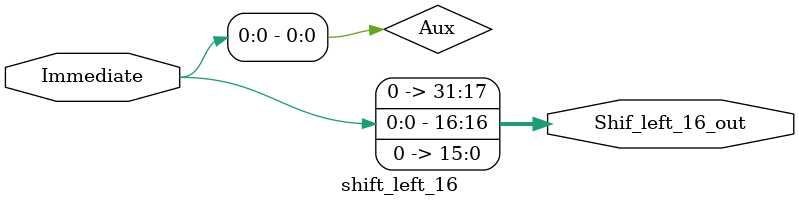
<source format=v>
module shift_left_16(
    input   wire    [15:0]  Immediate,
    output  wire    [31:0]  Shif_left_16_out
);

    wire [31:0] aux;

    assign Aux = {{16{1'b0}}, Immediate}; //Extends Immediate from 16bits to 32bits
    assign Shif_left_16_out = Aux << 16;

endmodule
</source>
